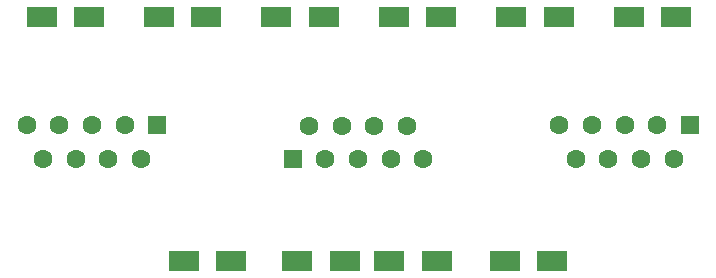
<source format=gbr>
%TF.GenerationSoftware,KiCad,Pcbnew,(6.0.1)*%
%TF.CreationDate,2023-01-17T21:15:05+08:00*%
%TF.ProjectId,TI99Joyadapter,54493939-4a6f-4796-9164-61707465722e,rev?*%
%TF.SameCoordinates,Original*%
%TF.FileFunction,Soldermask,Top*%
%TF.FilePolarity,Negative*%
%FSLAX46Y46*%
G04 Gerber Fmt 4.6, Leading zero omitted, Abs format (unit mm)*
G04 Created by KiCad (PCBNEW (6.0.1)) date 2023-01-17 21:15:05*
%MOMM*%
%LPD*%
G01*
G04 APERTURE LIST*
%ADD10R,2.500000X1.800000*%
%ADD11R,1.600000X1.600000*%
%ADD12C,1.600000*%
G04 APERTURE END LIST*
D10*
%TO.C,D4*%
X159914285Y-63200000D03*
X155914285Y-63200000D03*
%TD*%
%TO.C,D10*%
X159400000Y-83800000D03*
X155400000Y-83800000D03*
%TD*%
%TO.C,D9*%
X136028571Y-63200000D03*
X140028571Y-63200000D03*
%TD*%
D11*
%TO.C,J1*%
X137400000Y-75190331D03*
D12*
X140170000Y-75190331D03*
X142940000Y-75190331D03*
X145710000Y-75190331D03*
X148480000Y-75190331D03*
X138785000Y-72350331D03*
X141555000Y-72350331D03*
X144325000Y-72350331D03*
X147095000Y-72350331D03*
%TD*%
D10*
%TO.C,D2*%
X149971428Y-63200000D03*
X145971428Y-63200000D03*
%TD*%
%TO.C,D1*%
X128200000Y-83800000D03*
X132200000Y-83800000D03*
%TD*%
%TO.C,D7*%
X137800000Y-83800000D03*
X141800000Y-83800000D03*
%TD*%
%TO.C,D8*%
X149600000Y-83800000D03*
X145600000Y-83800000D03*
%TD*%
%TO.C,D6*%
X169857142Y-63200000D03*
X165857142Y-63200000D03*
%TD*%
%TO.C,D3*%
X116142857Y-63200000D03*
X120142857Y-63200000D03*
%TD*%
%TO.C,D5*%
X126085714Y-63200000D03*
X130085714Y-63200000D03*
%TD*%
D11*
%TO.C,J2*%
X125950000Y-72309669D03*
D12*
X123180000Y-72309669D03*
X120410000Y-72309669D03*
X117640000Y-72309669D03*
X114870000Y-72309669D03*
X124565000Y-75149669D03*
X121795000Y-75149669D03*
X119025000Y-75149669D03*
X116255000Y-75149669D03*
%TD*%
D11*
%TO.C,J3*%
X171050000Y-72309669D03*
D12*
X168280000Y-72309669D03*
X165510000Y-72309669D03*
X162740000Y-72309669D03*
X159970000Y-72309669D03*
X169665000Y-75149669D03*
X166895000Y-75149669D03*
X164125000Y-75149669D03*
X161355000Y-75149669D03*
%TD*%
M02*

</source>
